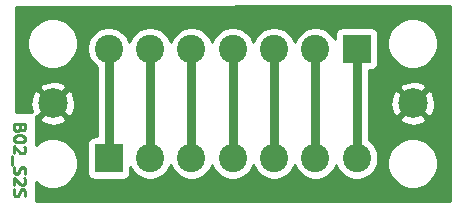
<source format=gbr>
G04 #@! TF.GenerationSoftware,KiCad,Pcbnew,5.1.5-52549c5~86~ubuntu18.04.1*
G04 #@! TF.CreationDate,2020-09-06T14:20:36-05:00*
G04 #@! TF.ProjectId,B02,4230322e-6b69-4636-9164-5f7063625858,rev?*
G04 #@! TF.SameCoordinates,Original*
G04 #@! TF.FileFunction,Copper,L1,Top*
G04 #@! TF.FilePolarity,Positive*
%FSLAX46Y46*%
G04 Gerber Fmt 4.6, Leading zero omitted, Abs format (unit mm)*
G04 Created by KiCad (PCBNEW 5.1.5-52549c5~86~ubuntu18.04.1) date 2020-09-06 14:20:36*
%MOMM*%
%LPD*%
G04 APERTURE LIST*
%ADD10C,0.250000*%
%ADD11C,2.400000*%
%ADD12R,2.400000X2.400000*%
%ADD13C,2.499360*%
%ADD14C,0.750000*%
%ADD15C,0.254000*%
G04 APERTURE END LIST*
D10*
X21026428Y-30989923D02*
X20978809Y-31132780D01*
X20931190Y-31180400D01*
X20835952Y-31228019D01*
X20693095Y-31228019D01*
X20597857Y-31180400D01*
X20550238Y-31132780D01*
X20502619Y-31037542D01*
X20502619Y-30656590D01*
X21502619Y-30656590D01*
X21502619Y-30989923D01*
X21455000Y-31085161D01*
X21407380Y-31132780D01*
X21312142Y-31180400D01*
X21216904Y-31180400D01*
X21121666Y-31132780D01*
X21074047Y-31085161D01*
X21026428Y-30989923D01*
X21026428Y-30656590D01*
X21502619Y-31847066D02*
X21502619Y-31942304D01*
X21455000Y-32037542D01*
X21407380Y-32085161D01*
X21312142Y-32132780D01*
X21121666Y-32180400D01*
X20883571Y-32180400D01*
X20693095Y-32132780D01*
X20597857Y-32085161D01*
X20550238Y-32037542D01*
X20502619Y-31942304D01*
X20502619Y-31847066D01*
X20550238Y-31751828D01*
X20597857Y-31704209D01*
X20693095Y-31656590D01*
X20883571Y-31608971D01*
X21121666Y-31608971D01*
X21312142Y-31656590D01*
X21407380Y-31704209D01*
X21455000Y-31751828D01*
X21502619Y-31847066D01*
X21407380Y-32561352D02*
X21455000Y-32608971D01*
X21502619Y-32704209D01*
X21502619Y-32942304D01*
X21455000Y-33037542D01*
X21407380Y-33085161D01*
X21312142Y-33132780D01*
X21216904Y-33132780D01*
X21074047Y-33085161D01*
X20502619Y-32513733D01*
X20502619Y-33132780D01*
X20407380Y-33323257D02*
X20407380Y-34085161D01*
X20550238Y-34275638D02*
X20502619Y-34418495D01*
X20502619Y-34656590D01*
X20550238Y-34751828D01*
X20597857Y-34799447D01*
X20693095Y-34847066D01*
X20788333Y-34847066D01*
X20883571Y-34799447D01*
X20931190Y-34751828D01*
X20978809Y-34656590D01*
X21026428Y-34466114D01*
X21074047Y-34370876D01*
X21121666Y-34323257D01*
X21216904Y-34275638D01*
X21312142Y-34275638D01*
X21407380Y-34323257D01*
X21455000Y-34370876D01*
X21502619Y-34466114D01*
X21502619Y-34704209D01*
X21455000Y-34847066D01*
X21407380Y-35228019D02*
X21455000Y-35275638D01*
X21502619Y-35370876D01*
X21502619Y-35608971D01*
X21455000Y-35704209D01*
X21407380Y-35751828D01*
X21312142Y-35799447D01*
X21216904Y-35799447D01*
X21074047Y-35751828D01*
X20502619Y-35180400D01*
X20502619Y-35799447D01*
X20550238Y-36180400D02*
X20502619Y-36323257D01*
X20502619Y-36561352D01*
X20550238Y-36656590D01*
X20597857Y-36704209D01*
X20693095Y-36751828D01*
X20788333Y-36751828D01*
X20883571Y-36704209D01*
X20931190Y-36656590D01*
X20978809Y-36561352D01*
X21026428Y-36370876D01*
X21074047Y-36275638D01*
X21121666Y-36228019D01*
X21216904Y-36180400D01*
X21312142Y-36180400D01*
X21407380Y-36228019D01*
X21455000Y-36275638D01*
X21502619Y-36370876D01*
X21502619Y-36608971D01*
X21455000Y-36751828D01*
D11*
X49550000Y-33523000D03*
X46050000Y-33523000D03*
X42550000Y-33523000D03*
X39050000Y-33523000D03*
X35550000Y-33523000D03*
X32050000Y-33523000D03*
D12*
X28550000Y-33523000D03*
D11*
X28550000Y-24257000D03*
X32050000Y-24257000D03*
X35550000Y-24257000D03*
X39050000Y-24257000D03*
X42550000Y-24257000D03*
X46050000Y-24257000D03*
D12*
X49550000Y-24257000D03*
D13*
X54290000Y-28890000D03*
X23810000Y-28890000D03*
D14*
X28550000Y-33523000D02*
X28550000Y-24257000D01*
X32050000Y-33523000D02*
X32050000Y-24257000D01*
X35550000Y-33523000D02*
X35550000Y-24257000D01*
X39050000Y-33523000D02*
X39050000Y-24257000D01*
X42550000Y-33523000D02*
X42550000Y-24257000D01*
X46050000Y-33523000D02*
X46050000Y-24257000D01*
X49550000Y-33523000D02*
X49550000Y-24257000D01*
D15*
G36*
X57440001Y-37120000D02*
G01*
X22372500Y-37120000D01*
X22372500Y-35551846D01*
X22449017Y-35628363D01*
X22798698Y-35862012D01*
X23187244Y-36022953D01*
X23599721Y-36105000D01*
X24020279Y-36105000D01*
X24432756Y-36022953D01*
X24821302Y-35862012D01*
X25170983Y-35628363D01*
X25468363Y-35330983D01*
X25702012Y-34981302D01*
X25862953Y-34592756D01*
X25945000Y-34180279D01*
X25945000Y-33759721D01*
X25862953Y-33347244D01*
X25702012Y-32958698D01*
X25468363Y-32609017D01*
X25182346Y-32323000D01*
X26711928Y-32323000D01*
X26711928Y-34723000D01*
X26724188Y-34847482D01*
X26760498Y-34967180D01*
X26819463Y-35077494D01*
X26898815Y-35174185D01*
X26995506Y-35253537D01*
X27105820Y-35312502D01*
X27225518Y-35348812D01*
X27350000Y-35361072D01*
X29750000Y-35361072D01*
X29874482Y-35348812D01*
X29994180Y-35312502D01*
X30104494Y-35253537D01*
X30201185Y-35174185D01*
X30280537Y-35077494D01*
X30339502Y-34967180D01*
X30375812Y-34847482D01*
X30388072Y-34723000D01*
X30388072Y-34305838D01*
X30423844Y-34392199D01*
X30624662Y-34692744D01*
X30880256Y-34948338D01*
X31180801Y-35149156D01*
X31514750Y-35287482D01*
X31869268Y-35358000D01*
X32230732Y-35358000D01*
X32585250Y-35287482D01*
X32919199Y-35149156D01*
X33219744Y-34948338D01*
X33475338Y-34692744D01*
X33676156Y-34392199D01*
X33800000Y-34093213D01*
X33923844Y-34392199D01*
X34124662Y-34692744D01*
X34380256Y-34948338D01*
X34680801Y-35149156D01*
X35014750Y-35287482D01*
X35369268Y-35358000D01*
X35730732Y-35358000D01*
X36085250Y-35287482D01*
X36419199Y-35149156D01*
X36719744Y-34948338D01*
X36975338Y-34692744D01*
X37176156Y-34392199D01*
X37300000Y-34093213D01*
X37423844Y-34392199D01*
X37624662Y-34692744D01*
X37880256Y-34948338D01*
X38180801Y-35149156D01*
X38514750Y-35287482D01*
X38869268Y-35358000D01*
X39230732Y-35358000D01*
X39585250Y-35287482D01*
X39919199Y-35149156D01*
X40219744Y-34948338D01*
X40475338Y-34692744D01*
X40676156Y-34392199D01*
X40800000Y-34093213D01*
X40923844Y-34392199D01*
X41124662Y-34692744D01*
X41380256Y-34948338D01*
X41680801Y-35149156D01*
X42014750Y-35287482D01*
X42369268Y-35358000D01*
X42730732Y-35358000D01*
X43085250Y-35287482D01*
X43419199Y-35149156D01*
X43719744Y-34948338D01*
X43975338Y-34692744D01*
X44176156Y-34392199D01*
X44300000Y-34093213D01*
X44423844Y-34392199D01*
X44624662Y-34692744D01*
X44880256Y-34948338D01*
X45180801Y-35149156D01*
X45514750Y-35287482D01*
X45869268Y-35358000D01*
X46230732Y-35358000D01*
X46585250Y-35287482D01*
X46919199Y-35149156D01*
X47219744Y-34948338D01*
X47475338Y-34692744D01*
X47676156Y-34392199D01*
X47800000Y-34093213D01*
X47923844Y-34392199D01*
X48124662Y-34692744D01*
X48380256Y-34948338D01*
X48680801Y-35149156D01*
X49014750Y-35287482D01*
X49369268Y-35358000D01*
X49730732Y-35358000D01*
X50085250Y-35287482D01*
X50419199Y-35149156D01*
X50719744Y-34948338D01*
X50975338Y-34692744D01*
X51176156Y-34392199D01*
X51314482Y-34058250D01*
X51373863Y-33759721D01*
X52155000Y-33759721D01*
X52155000Y-34180279D01*
X52237047Y-34592756D01*
X52397988Y-34981302D01*
X52631637Y-35330983D01*
X52929017Y-35628363D01*
X53278698Y-35862012D01*
X53667244Y-36022953D01*
X54079721Y-36105000D01*
X54500279Y-36105000D01*
X54912756Y-36022953D01*
X55301302Y-35862012D01*
X55650983Y-35628363D01*
X55948363Y-35330983D01*
X56182012Y-34981302D01*
X56342953Y-34592756D01*
X56425000Y-34180279D01*
X56425000Y-33759721D01*
X56342953Y-33347244D01*
X56182012Y-32958698D01*
X55948363Y-32609017D01*
X55650983Y-32311637D01*
X55301302Y-32077988D01*
X54912756Y-31917047D01*
X54500279Y-31835000D01*
X54079721Y-31835000D01*
X53667244Y-31917047D01*
X53278698Y-32077988D01*
X52929017Y-32311637D01*
X52631637Y-32609017D01*
X52397988Y-32958698D01*
X52237047Y-33347244D01*
X52155000Y-33759721D01*
X51373863Y-33759721D01*
X51385000Y-33703732D01*
X51385000Y-33342268D01*
X51314482Y-32987750D01*
X51176156Y-32653801D01*
X50975338Y-32353256D01*
X50719744Y-32097662D01*
X50560000Y-31990924D01*
X50560000Y-30203377D01*
X53156229Y-30203377D01*
X53282104Y-30493315D01*
X53614262Y-30659139D01*
X53972387Y-30756975D01*
X54342719Y-30783065D01*
X54711025Y-30736405D01*
X55063151Y-30618789D01*
X55297896Y-30493315D01*
X55423771Y-30203377D01*
X54290000Y-29069605D01*
X53156229Y-30203377D01*
X50560000Y-30203377D01*
X50560000Y-28942719D01*
X52396935Y-28942719D01*
X52443595Y-29311025D01*
X52561211Y-29663151D01*
X52686685Y-29897896D01*
X52976623Y-30023771D01*
X54110395Y-28890000D01*
X54469605Y-28890000D01*
X55603377Y-30023771D01*
X55893315Y-29897896D01*
X56059139Y-29565738D01*
X56156975Y-29207613D01*
X56183065Y-28837281D01*
X56136405Y-28468975D01*
X56018789Y-28116849D01*
X55893315Y-27882104D01*
X55603377Y-27756229D01*
X54469605Y-28890000D01*
X54110395Y-28890000D01*
X52976623Y-27756229D01*
X52686685Y-27882104D01*
X52520861Y-28214262D01*
X52423025Y-28572387D01*
X52396935Y-28942719D01*
X50560000Y-28942719D01*
X50560000Y-27576623D01*
X53156229Y-27576623D01*
X54290000Y-28710395D01*
X55423771Y-27576623D01*
X55297896Y-27286685D01*
X54965738Y-27120861D01*
X54607613Y-27023025D01*
X54237281Y-26996935D01*
X53868975Y-27043595D01*
X53516849Y-27161211D01*
X53282104Y-27286685D01*
X53156229Y-27576623D01*
X50560000Y-27576623D01*
X50560000Y-26095072D01*
X50750000Y-26095072D01*
X50874482Y-26082812D01*
X50994180Y-26046502D01*
X51104494Y-25987537D01*
X51201185Y-25908185D01*
X51280537Y-25811494D01*
X51339502Y-25701180D01*
X51375812Y-25581482D01*
X51388072Y-25457000D01*
X51388072Y-23599721D01*
X52155000Y-23599721D01*
X52155000Y-24020279D01*
X52237047Y-24432756D01*
X52397988Y-24821302D01*
X52631637Y-25170983D01*
X52929017Y-25468363D01*
X53278698Y-25702012D01*
X53667244Y-25862953D01*
X54079721Y-25945000D01*
X54500279Y-25945000D01*
X54912756Y-25862953D01*
X55301302Y-25702012D01*
X55650983Y-25468363D01*
X55948363Y-25170983D01*
X56182012Y-24821302D01*
X56342953Y-24432756D01*
X56425000Y-24020279D01*
X56425000Y-23599721D01*
X56342953Y-23187244D01*
X56182012Y-22798698D01*
X55948363Y-22449017D01*
X55650983Y-22151637D01*
X55301302Y-21917988D01*
X54912756Y-21757047D01*
X54500279Y-21675000D01*
X54079721Y-21675000D01*
X53667244Y-21757047D01*
X53278698Y-21917988D01*
X52929017Y-22151637D01*
X52631637Y-22449017D01*
X52397988Y-22798698D01*
X52237047Y-23187244D01*
X52155000Y-23599721D01*
X51388072Y-23599721D01*
X51388072Y-23057000D01*
X51375812Y-22932518D01*
X51339502Y-22812820D01*
X51280537Y-22702506D01*
X51201185Y-22605815D01*
X51104494Y-22526463D01*
X50994180Y-22467498D01*
X50874482Y-22431188D01*
X50750000Y-22418928D01*
X48350000Y-22418928D01*
X48225518Y-22431188D01*
X48105820Y-22467498D01*
X47995506Y-22526463D01*
X47898815Y-22605815D01*
X47819463Y-22702506D01*
X47760498Y-22812820D01*
X47724188Y-22932518D01*
X47711928Y-23057000D01*
X47711928Y-23474162D01*
X47676156Y-23387801D01*
X47475338Y-23087256D01*
X47219744Y-22831662D01*
X46919199Y-22630844D01*
X46585250Y-22492518D01*
X46230732Y-22422000D01*
X45869268Y-22422000D01*
X45514750Y-22492518D01*
X45180801Y-22630844D01*
X44880256Y-22831662D01*
X44624662Y-23087256D01*
X44423844Y-23387801D01*
X44300000Y-23686787D01*
X44176156Y-23387801D01*
X43975338Y-23087256D01*
X43719744Y-22831662D01*
X43419199Y-22630844D01*
X43085250Y-22492518D01*
X42730732Y-22422000D01*
X42369268Y-22422000D01*
X42014750Y-22492518D01*
X41680801Y-22630844D01*
X41380256Y-22831662D01*
X41124662Y-23087256D01*
X40923844Y-23387801D01*
X40800000Y-23686787D01*
X40676156Y-23387801D01*
X40475338Y-23087256D01*
X40219744Y-22831662D01*
X39919199Y-22630844D01*
X39585250Y-22492518D01*
X39230732Y-22422000D01*
X38869268Y-22422000D01*
X38514750Y-22492518D01*
X38180801Y-22630844D01*
X37880256Y-22831662D01*
X37624662Y-23087256D01*
X37423844Y-23387801D01*
X37300000Y-23686787D01*
X37176156Y-23387801D01*
X36975338Y-23087256D01*
X36719744Y-22831662D01*
X36419199Y-22630844D01*
X36085250Y-22492518D01*
X35730732Y-22422000D01*
X35369268Y-22422000D01*
X35014750Y-22492518D01*
X34680801Y-22630844D01*
X34380256Y-22831662D01*
X34124662Y-23087256D01*
X33923844Y-23387801D01*
X33800000Y-23686787D01*
X33676156Y-23387801D01*
X33475338Y-23087256D01*
X33219744Y-22831662D01*
X32919199Y-22630844D01*
X32585250Y-22492518D01*
X32230732Y-22422000D01*
X31869268Y-22422000D01*
X31514750Y-22492518D01*
X31180801Y-22630844D01*
X30880256Y-22831662D01*
X30624662Y-23087256D01*
X30423844Y-23387801D01*
X30300000Y-23686787D01*
X30176156Y-23387801D01*
X29975338Y-23087256D01*
X29719744Y-22831662D01*
X29419199Y-22630844D01*
X29085250Y-22492518D01*
X28730732Y-22422000D01*
X28369268Y-22422000D01*
X28014750Y-22492518D01*
X27680801Y-22630844D01*
X27380256Y-22831662D01*
X27124662Y-23087256D01*
X26923844Y-23387801D01*
X26785518Y-23721750D01*
X26715000Y-24076268D01*
X26715000Y-24437732D01*
X26785518Y-24792250D01*
X26923844Y-25126199D01*
X27124662Y-25426744D01*
X27380256Y-25682338D01*
X27540001Y-25789076D01*
X27540000Y-31684928D01*
X27350000Y-31684928D01*
X27225518Y-31697188D01*
X27105820Y-31733498D01*
X26995506Y-31792463D01*
X26898815Y-31871815D01*
X26819463Y-31968506D01*
X26760498Y-32078820D01*
X26724188Y-32198518D01*
X26711928Y-32323000D01*
X25182346Y-32323000D01*
X25170983Y-32311637D01*
X24821302Y-32077988D01*
X24432756Y-31917047D01*
X24020279Y-31835000D01*
X23599721Y-31835000D01*
X23187244Y-31917047D01*
X22798698Y-32077988D01*
X22449017Y-32311637D01*
X22372500Y-32388154D01*
X22372500Y-30203377D01*
X22676229Y-30203377D01*
X22802104Y-30493315D01*
X23134262Y-30659139D01*
X23492387Y-30756975D01*
X23862719Y-30783065D01*
X24231025Y-30736405D01*
X24583151Y-30618789D01*
X24817896Y-30493315D01*
X24943771Y-30203377D01*
X23810000Y-29069605D01*
X22676229Y-30203377D01*
X22372500Y-30203377D01*
X22372500Y-29969884D01*
X22496623Y-30023771D01*
X23630395Y-28890000D01*
X23989605Y-28890000D01*
X25123377Y-30023771D01*
X25413315Y-29897896D01*
X25579139Y-29565738D01*
X25676975Y-29207613D01*
X25703065Y-28837281D01*
X25656405Y-28468975D01*
X25538789Y-28116849D01*
X25413315Y-27882104D01*
X25123377Y-27756229D01*
X23989605Y-28890000D01*
X23630395Y-28890000D01*
X22496623Y-27756229D01*
X22206685Y-27882104D01*
X22040861Y-28214262D01*
X21943025Y-28572387D01*
X21916935Y-28942719D01*
X21963595Y-29311025D01*
X22079656Y-29658495D01*
X20726400Y-29658495D01*
X20726400Y-27576623D01*
X22676229Y-27576623D01*
X23810000Y-28710395D01*
X24943771Y-27576623D01*
X24817896Y-27286685D01*
X24485738Y-27120861D01*
X24127613Y-27023025D01*
X23757281Y-26996935D01*
X23388975Y-27043595D01*
X23036849Y-27161211D01*
X22802104Y-27286685D01*
X22676229Y-27576623D01*
X20726400Y-27576623D01*
X20726400Y-23599721D01*
X21675000Y-23599721D01*
X21675000Y-24020279D01*
X21757047Y-24432756D01*
X21917988Y-24821302D01*
X22151637Y-25170983D01*
X22449017Y-25468363D01*
X22798698Y-25702012D01*
X23187244Y-25862953D01*
X23599721Y-25945000D01*
X24020279Y-25945000D01*
X24432756Y-25862953D01*
X24821302Y-25702012D01*
X25170983Y-25468363D01*
X25468363Y-25170983D01*
X25702012Y-24821302D01*
X25862953Y-24432756D01*
X25945000Y-24020279D01*
X25945000Y-23599721D01*
X25862953Y-23187244D01*
X25702012Y-22798698D01*
X25468363Y-22449017D01*
X25170983Y-22151637D01*
X24821302Y-21917988D01*
X24432756Y-21757047D01*
X24020279Y-21675000D01*
X23599721Y-21675000D01*
X23187244Y-21757047D01*
X22798698Y-21917988D01*
X22449017Y-22151637D01*
X22151637Y-22449017D01*
X21917988Y-22798698D01*
X21757047Y-23187244D01*
X21675000Y-23599721D01*
X20726400Y-23599721D01*
X20726400Y-20726226D01*
X57440000Y-20675933D01*
X57440001Y-37120000D01*
G37*
X57440001Y-37120000D02*
X22372500Y-37120000D01*
X22372500Y-35551846D01*
X22449017Y-35628363D01*
X22798698Y-35862012D01*
X23187244Y-36022953D01*
X23599721Y-36105000D01*
X24020279Y-36105000D01*
X24432756Y-36022953D01*
X24821302Y-35862012D01*
X25170983Y-35628363D01*
X25468363Y-35330983D01*
X25702012Y-34981302D01*
X25862953Y-34592756D01*
X25945000Y-34180279D01*
X25945000Y-33759721D01*
X25862953Y-33347244D01*
X25702012Y-32958698D01*
X25468363Y-32609017D01*
X25182346Y-32323000D01*
X26711928Y-32323000D01*
X26711928Y-34723000D01*
X26724188Y-34847482D01*
X26760498Y-34967180D01*
X26819463Y-35077494D01*
X26898815Y-35174185D01*
X26995506Y-35253537D01*
X27105820Y-35312502D01*
X27225518Y-35348812D01*
X27350000Y-35361072D01*
X29750000Y-35361072D01*
X29874482Y-35348812D01*
X29994180Y-35312502D01*
X30104494Y-35253537D01*
X30201185Y-35174185D01*
X30280537Y-35077494D01*
X30339502Y-34967180D01*
X30375812Y-34847482D01*
X30388072Y-34723000D01*
X30388072Y-34305838D01*
X30423844Y-34392199D01*
X30624662Y-34692744D01*
X30880256Y-34948338D01*
X31180801Y-35149156D01*
X31514750Y-35287482D01*
X31869268Y-35358000D01*
X32230732Y-35358000D01*
X32585250Y-35287482D01*
X32919199Y-35149156D01*
X33219744Y-34948338D01*
X33475338Y-34692744D01*
X33676156Y-34392199D01*
X33800000Y-34093213D01*
X33923844Y-34392199D01*
X34124662Y-34692744D01*
X34380256Y-34948338D01*
X34680801Y-35149156D01*
X35014750Y-35287482D01*
X35369268Y-35358000D01*
X35730732Y-35358000D01*
X36085250Y-35287482D01*
X36419199Y-35149156D01*
X36719744Y-34948338D01*
X36975338Y-34692744D01*
X37176156Y-34392199D01*
X37300000Y-34093213D01*
X37423844Y-34392199D01*
X37624662Y-34692744D01*
X37880256Y-34948338D01*
X38180801Y-35149156D01*
X38514750Y-35287482D01*
X38869268Y-35358000D01*
X39230732Y-35358000D01*
X39585250Y-35287482D01*
X39919199Y-35149156D01*
X40219744Y-34948338D01*
X40475338Y-34692744D01*
X40676156Y-34392199D01*
X40800000Y-34093213D01*
X40923844Y-34392199D01*
X41124662Y-34692744D01*
X41380256Y-34948338D01*
X41680801Y-35149156D01*
X42014750Y-35287482D01*
X42369268Y-35358000D01*
X42730732Y-35358000D01*
X43085250Y-35287482D01*
X43419199Y-35149156D01*
X43719744Y-34948338D01*
X43975338Y-34692744D01*
X44176156Y-34392199D01*
X44300000Y-34093213D01*
X44423844Y-34392199D01*
X44624662Y-34692744D01*
X44880256Y-34948338D01*
X45180801Y-35149156D01*
X45514750Y-35287482D01*
X45869268Y-35358000D01*
X46230732Y-35358000D01*
X46585250Y-35287482D01*
X46919199Y-35149156D01*
X47219744Y-34948338D01*
X47475338Y-34692744D01*
X47676156Y-34392199D01*
X47800000Y-34093213D01*
X47923844Y-34392199D01*
X48124662Y-34692744D01*
X48380256Y-34948338D01*
X48680801Y-35149156D01*
X49014750Y-35287482D01*
X49369268Y-35358000D01*
X49730732Y-35358000D01*
X50085250Y-35287482D01*
X50419199Y-35149156D01*
X50719744Y-34948338D01*
X50975338Y-34692744D01*
X51176156Y-34392199D01*
X51314482Y-34058250D01*
X51373863Y-33759721D01*
X52155000Y-33759721D01*
X52155000Y-34180279D01*
X52237047Y-34592756D01*
X52397988Y-34981302D01*
X52631637Y-35330983D01*
X52929017Y-35628363D01*
X53278698Y-35862012D01*
X53667244Y-36022953D01*
X54079721Y-36105000D01*
X54500279Y-36105000D01*
X54912756Y-36022953D01*
X55301302Y-35862012D01*
X55650983Y-35628363D01*
X55948363Y-35330983D01*
X56182012Y-34981302D01*
X56342953Y-34592756D01*
X56425000Y-34180279D01*
X56425000Y-33759721D01*
X56342953Y-33347244D01*
X56182012Y-32958698D01*
X55948363Y-32609017D01*
X55650983Y-32311637D01*
X55301302Y-32077988D01*
X54912756Y-31917047D01*
X54500279Y-31835000D01*
X54079721Y-31835000D01*
X53667244Y-31917047D01*
X53278698Y-32077988D01*
X52929017Y-32311637D01*
X52631637Y-32609017D01*
X52397988Y-32958698D01*
X52237047Y-33347244D01*
X52155000Y-33759721D01*
X51373863Y-33759721D01*
X51385000Y-33703732D01*
X51385000Y-33342268D01*
X51314482Y-32987750D01*
X51176156Y-32653801D01*
X50975338Y-32353256D01*
X50719744Y-32097662D01*
X50560000Y-31990924D01*
X50560000Y-30203377D01*
X53156229Y-30203377D01*
X53282104Y-30493315D01*
X53614262Y-30659139D01*
X53972387Y-30756975D01*
X54342719Y-30783065D01*
X54711025Y-30736405D01*
X55063151Y-30618789D01*
X55297896Y-30493315D01*
X55423771Y-30203377D01*
X54290000Y-29069605D01*
X53156229Y-30203377D01*
X50560000Y-30203377D01*
X50560000Y-28942719D01*
X52396935Y-28942719D01*
X52443595Y-29311025D01*
X52561211Y-29663151D01*
X52686685Y-29897896D01*
X52976623Y-30023771D01*
X54110395Y-28890000D01*
X54469605Y-28890000D01*
X55603377Y-30023771D01*
X55893315Y-29897896D01*
X56059139Y-29565738D01*
X56156975Y-29207613D01*
X56183065Y-28837281D01*
X56136405Y-28468975D01*
X56018789Y-28116849D01*
X55893315Y-27882104D01*
X55603377Y-27756229D01*
X54469605Y-28890000D01*
X54110395Y-28890000D01*
X52976623Y-27756229D01*
X52686685Y-27882104D01*
X52520861Y-28214262D01*
X52423025Y-28572387D01*
X52396935Y-28942719D01*
X50560000Y-28942719D01*
X50560000Y-27576623D01*
X53156229Y-27576623D01*
X54290000Y-28710395D01*
X55423771Y-27576623D01*
X55297896Y-27286685D01*
X54965738Y-27120861D01*
X54607613Y-27023025D01*
X54237281Y-26996935D01*
X53868975Y-27043595D01*
X53516849Y-27161211D01*
X53282104Y-27286685D01*
X53156229Y-27576623D01*
X50560000Y-27576623D01*
X50560000Y-26095072D01*
X50750000Y-26095072D01*
X50874482Y-26082812D01*
X50994180Y-26046502D01*
X51104494Y-25987537D01*
X51201185Y-25908185D01*
X51280537Y-25811494D01*
X51339502Y-25701180D01*
X51375812Y-25581482D01*
X51388072Y-25457000D01*
X51388072Y-23599721D01*
X52155000Y-23599721D01*
X52155000Y-24020279D01*
X52237047Y-24432756D01*
X52397988Y-24821302D01*
X52631637Y-25170983D01*
X52929017Y-25468363D01*
X53278698Y-25702012D01*
X53667244Y-25862953D01*
X54079721Y-25945000D01*
X54500279Y-25945000D01*
X54912756Y-25862953D01*
X55301302Y-25702012D01*
X55650983Y-25468363D01*
X55948363Y-25170983D01*
X56182012Y-24821302D01*
X56342953Y-24432756D01*
X56425000Y-24020279D01*
X56425000Y-23599721D01*
X56342953Y-23187244D01*
X56182012Y-22798698D01*
X55948363Y-22449017D01*
X55650983Y-22151637D01*
X55301302Y-21917988D01*
X54912756Y-21757047D01*
X54500279Y-21675000D01*
X54079721Y-21675000D01*
X53667244Y-21757047D01*
X53278698Y-21917988D01*
X52929017Y-22151637D01*
X52631637Y-22449017D01*
X52397988Y-22798698D01*
X52237047Y-23187244D01*
X52155000Y-23599721D01*
X51388072Y-23599721D01*
X51388072Y-23057000D01*
X51375812Y-22932518D01*
X51339502Y-22812820D01*
X51280537Y-22702506D01*
X51201185Y-22605815D01*
X51104494Y-22526463D01*
X50994180Y-22467498D01*
X50874482Y-22431188D01*
X50750000Y-22418928D01*
X48350000Y-22418928D01*
X48225518Y-22431188D01*
X48105820Y-22467498D01*
X47995506Y-22526463D01*
X47898815Y-22605815D01*
X47819463Y-22702506D01*
X47760498Y-22812820D01*
X47724188Y-22932518D01*
X47711928Y-23057000D01*
X47711928Y-23474162D01*
X47676156Y-23387801D01*
X47475338Y-23087256D01*
X47219744Y-22831662D01*
X46919199Y-22630844D01*
X46585250Y-22492518D01*
X46230732Y-22422000D01*
X45869268Y-22422000D01*
X45514750Y-22492518D01*
X45180801Y-22630844D01*
X44880256Y-22831662D01*
X44624662Y-23087256D01*
X44423844Y-23387801D01*
X44300000Y-23686787D01*
X44176156Y-23387801D01*
X43975338Y-23087256D01*
X43719744Y-22831662D01*
X43419199Y-22630844D01*
X43085250Y-22492518D01*
X42730732Y-22422000D01*
X42369268Y-22422000D01*
X42014750Y-22492518D01*
X41680801Y-22630844D01*
X41380256Y-22831662D01*
X41124662Y-23087256D01*
X40923844Y-23387801D01*
X40800000Y-23686787D01*
X40676156Y-23387801D01*
X40475338Y-23087256D01*
X40219744Y-22831662D01*
X39919199Y-22630844D01*
X39585250Y-22492518D01*
X39230732Y-22422000D01*
X38869268Y-22422000D01*
X38514750Y-22492518D01*
X38180801Y-22630844D01*
X37880256Y-22831662D01*
X37624662Y-23087256D01*
X37423844Y-23387801D01*
X37300000Y-23686787D01*
X37176156Y-23387801D01*
X36975338Y-23087256D01*
X36719744Y-22831662D01*
X36419199Y-22630844D01*
X36085250Y-22492518D01*
X35730732Y-22422000D01*
X35369268Y-22422000D01*
X35014750Y-22492518D01*
X34680801Y-22630844D01*
X34380256Y-22831662D01*
X34124662Y-23087256D01*
X33923844Y-23387801D01*
X33800000Y-23686787D01*
X33676156Y-23387801D01*
X33475338Y-23087256D01*
X33219744Y-22831662D01*
X32919199Y-22630844D01*
X32585250Y-22492518D01*
X32230732Y-22422000D01*
X31869268Y-22422000D01*
X31514750Y-22492518D01*
X31180801Y-22630844D01*
X30880256Y-22831662D01*
X30624662Y-23087256D01*
X30423844Y-23387801D01*
X30300000Y-23686787D01*
X30176156Y-23387801D01*
X29975338Y-23087256D01*
X29719744Y-22831662D01*
X29419199Y-22630844D01*
X29085250Y-22492518D01*
X28730732Y-22422000D01*
X28369268Y-22422000D01*
X28014750Y-22492518D01*
X27680801Y-22630844D01*
X27380256Y-22831662D01*
X27124662Y-23087256D01*
X26923844Y-23387801D01*
X26785518Y-23721750D01*
X26715000Y-24076268D01*
X26715000Y-24437732D01*
X26785518Y-24792250D01*
X26923844Y-25126199D01*
X27124662Y-25426744D01*
X27380256Y-25682338D01*
X27540001Y-25789076D01*
X27540000Y-31684928D01*
X27350000Y-31684928D01*
X27225518Y-31697188D01*
X27105820Y-31733498D01*
X26995506Y-31792463D01*
X26898815Y-31871815D01*
X26819463Y-31968506D01*
X26760498Y-32078820D01*
X26724188Y-32198518D01*
X26711928Y-32323000D01*
X25182346Y-32323000D01*
X25170983Y-32311637D01*
X24821302Y-32077988D01*
X24432756Y-31917047D01*
X24020279Y-31835000D01*
X23599721Y-31835000D01*
X23187244Y-31917047D01*
X22798698Y-32077988D01*
X22449017Y-32311637D01*
X22372500Y-32388154D01*
X22372500Y-30203377D01*
X22676229Y-30203377D01*
X22802104Y-30493315D01*
X23134262Y-30659139D01*
X23492387Y-30756975D01*
X23862719Y-30783065D01*
X24231025Y-30736405D01*
X24583151Y-30618789D01*
X24817896Y-30493315D01*
X24943771Y-30203377D01*
X23810000Y-29069605D01*
X22676229Y-30203377D01*
X22372500Y-30203377D01*
X22372500Y-29969884D01*
X22496623Y-30023771D01*
X23630395Y-28890000D01*
X23989605Y-28890000D01*
X25123377Y-30023771D01*
X25413315Y-29897896D01*
X25579139Y-29565738D01*
X25676975Y-29207613D01*
X25703065Y-28837281D01*
X25656405Y-28468975D01*
X25538789Y-28116849D01*
X25413315Y-27882104D01*
X25123377Y-27756229D01*
X23989605Y-28890000D01*
X23630395Y-28890000D01*
X22496623Y-27756229D01*
X22206685Y-27882104D01*
X22040861Y-28214262D01*
X21943025Y-28572387D01*
X21916935Y-28942719D01*
X21963595Y-29311025D01*
X22079656Y-29658495D01*
X20726400Y-29658495D01*
X20726400Y-27576623D01*
X22676229Y-27576623D01*
X23810000Y-28710395D01*
X24943771Y-27576623D01*
X24817896Y-27286685D01*
X24485738Y-27120861D01*
X24127613Y-27023025D01*
X23757281Y-26996935D01*
X23388975Y-27043595D01*
X23036849Y-27161211D01*
X22802104Y-27286685D01*
X22676229Y-27576623D01*
X20726400Y-27576623D01*
X20726400Y-23599721D01*
X21675000Y-23599721D01*
X21675000Y-24020279D01*
X21757047Y-24432756D01*
X21917988Y-24821302D01*
X22151637Y-25170983D01*
X22449017Y-25468363D01*
X22798698Y-25702012D01*
X23187244Y-25862953D01*
X23599721Y-25945000D01*
X24020279Y-25945000D01*
X24432756Y-25862953D01*
X24821302Y-25702012D01*
X25170983Y-25468363D01*
X25468363Y-25170983D01*
X25702012Y-24821302D01*
X25862953Y-24432756D01*
X25945000Y-24020279D01*
X25945000Y-23599721D01*
X25862953Y-23187244D01*
X25702012Y-22798698D01*
X25468363Y-22449017D01*
X25170983Y-22151637D01*
X24821302Y-21917988D01*
X24432756Y-21757047D01*
X24020279Y-21675000D01*
X23599721Y-21675000D01*
X23187244Y-21757047D01*
X22798698Y-21917988D01*
X22449017Y-22151637D01*
X22151637Y-22449017D01*
X21917988Y-22798698D01*
X21757047Y-23187244D01*
X21675000Y-23599721D01*
X20726400Y-23599721D01*
X20726400Y-20726226D01*
X57440000Y-20675933D01*
X57440001Y-37120000D01*
M02*

</source>
